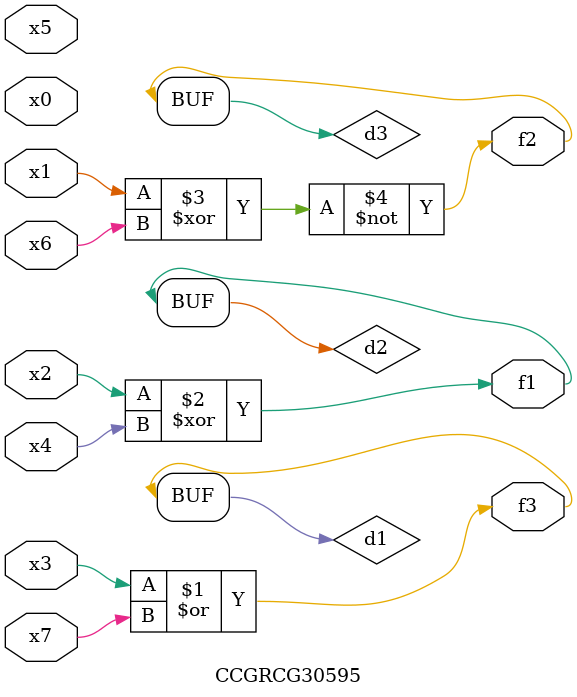
<source format=v>
module CCGRCG30595(
	input x0, x1, x2, x3, x4, x5, x6, x7,
	output f1, f2, f3
);

	wire d1, d2, d3;

	or (d1, x3, x7);
	xor (d2, x2, x4);
	xnor (d3, x1, x6);
	assign f1 = d2;
	assign f2 = d3;
	assign f3 = d1;
endmodule

</source>
